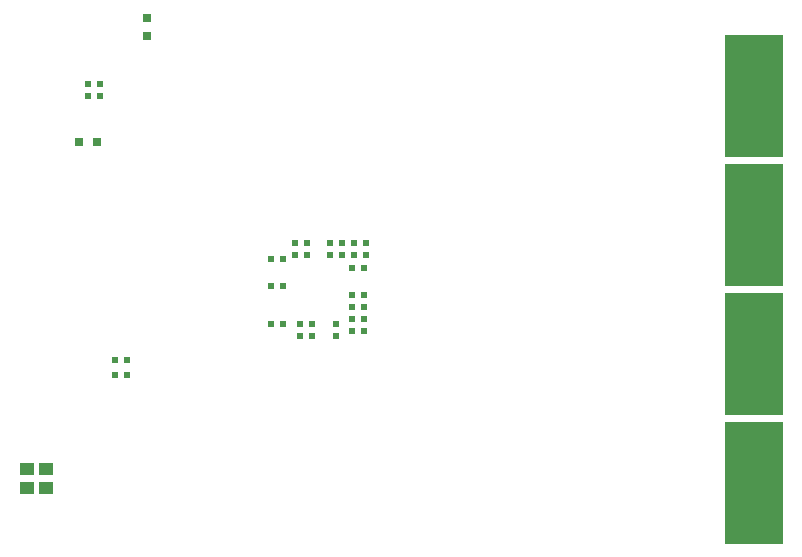
<source format=gbp>
G04*
G04 #@! TF.GenerationSoftware,Altium Limited,Altium Designer,24.3.1 (35)*
G04*
G04 Layer_Color=128*
%FSLAX44Y44*%
%MOMM*%
G71*
G04*
G04 #@! TF.SameCoordinates,E54A5323-C3A8-4295-A2F1-912E9A9C0EE7*
G04*
G04*
G04 #@! TF.FilePolarity,Positive*
G04*
G01*
G75*
%ADD24R,0.7620X0.7620*%
%ADD25R,0.6000X0.5000*%
%ADD26R,0.5000X0.6000*%
%ADD31R,1.3000X1.0000*%
%ADD36R,0.7620X0.7620*%
%ADD116R,4.9022X10.2870*%
D24*
X104140Y341630D02*
D03*
X119380D02*
D03*
D25*
X345360Y201930D02*
D03*
X335360D02*
D03*
X345360Y181610D02*
D03*
X335360D02*
D03*
X345360Y212090D02*
D03*
X335360D02*
D03*
X345360Y234950D02*
D03*
X335360D02*
D03*
X134700Y157480D02*
D03*
X144700D02*
D03*
X345360Y191770D02*
D03*
X335360D02*
D03*
X134700Y144780D02*
D03*
X144700D02*
D03*
X276780Y219710D02*
D03*
X266780D02*
D03*
X276780Y187960D02*
D03*
X266780D02*
D03*
X276780Y242570D02*
D03*
X266780D02*
D03*
D26*
X316230Y256460D02*
D03*
Y246460D02*
D03*
X300990Y177880D02*
D03*
Y187880D02*
D03*
X326390Y256460D02*
D03*
Y246460D02*
D03*
X321310Y177880D02*
D03*
Y187880D02*
D03*
X297180Y256460D02*
D03*
Y246460D02*
D03*
X287020Y256460D02*
D03*
Y246460D02*
D03*
X336550Y246460D02*
D03*
Y256460D02*
D03*
X290830Y177880D02*
D03*
Y187880D02*
D03*
X346710Y246460D02*
D03*
Y256460D02*
D03*
X111760Y381080D02*
D03*
Y391080D02*
D03*
X121920Y391080D02*
D03*
Y381080D02*
D03*
D31*
X59690Y65150D02*
D03*
Y49150D02*
D03*
X76200D02*
D03*
Y65150D02*
D03*
D36*
X161290Y431800D02*
D03*
Y447040D02*
D03*
D116*
X675640Y271780D02*
D03*
Y162560D02*
D03*
Y53340D02*
D03*
Y381000D02*
D03*
M02*

</source>
